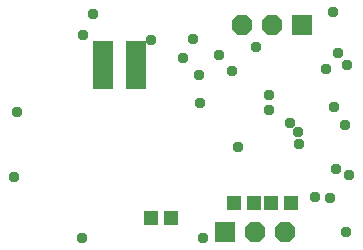
<source format=gbr>
G04 EAGLE Gerber RS-274X export*
G75*
%MOMM*%
%FSLAX34Y34*%
%LPD*%
%INSoldermask Bottom*%
%IPPOS*%
%AMOC8*
5,1,8,0,0,1.08239X$1,22.5*%
G01*
%ADD10R,1.727200X1.727200*%
%ADD11P,1.869504X8X22.500000*%
%ADD12R,1.203200X1.303200*%
%ADD13P,1.869504X8X202.500000*%
%ADD14R,1.803200X2.003200*%
%ADD15C,0.959600*%


D10*
X247700Y19400D03*
D11*
X273100Y19400D03*
X298500Y19400D03*
D12*
X271900Y44300D03*
X254900Y44300D03*
X303000Y44300D03*
X286000Y44300D03*
D10*
X312800Y194800D03*
D13*
X287400Y194800D03*
X262000Y194800D03*
D14*
X144000Y151000D03*
X172000Y151000D03*
X144000Y171000D03*
X172000Y171000D03*
D12*
X201500Y31000D03*
X184500Y31000D03*
D15*
X253000Y156000D03*
X274000Y176000D03*
X71000Y121000D03*
X127000Y186000D03*
X324000Y49000D03*
X333000Y157000D03*
X126000Y14000D03*
X136000Y204000D03*
X285000Y135000D03*
X352000Y68000D03*
X349000Y110000D03*
X351000Y161000D03*
X339000Y206058D03*
X350000Y19000D03*
X69000Y66000D03*
X212000Y167000D03*
X185058Y182154D03*
X220000Y183000D03*
X242000Y169000D03*
X225000Y152000D03*
X285000Y123000D03*
X343000Y171000D03*
X302000Y112000D03*
X340000Y125000D03*
X309000Y104000D03*
X341000Y73000D03*
X310000Y94000D03*
X336000Y48000D03*
X258000Y91000D03*
X226000Y129000D03*
X229000Y14000D03*
M02*

</source>
